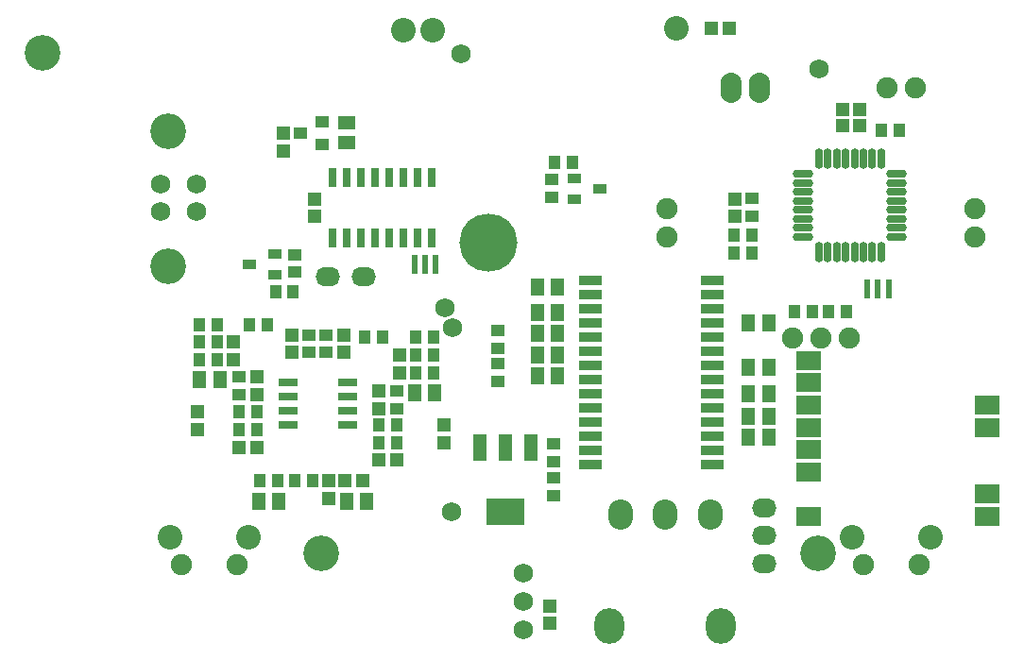
<source format=gts>
%FSTAX25Y25*%
%MOIN*%
%SFA1B1*%

%IPPOS*%
%ADD65R,0.043430X0.047370*%
%ADD66C,0.068000*%
%ADD67R,0.049340X0.033590*%
%ADD68R,0.086740X0.067060*%
%ADD69R,0.047370X0.047370*%
%ADD70R,0.019810X0.070990*%
%ADD71R,0.135950X0.092650*%
%ADD72R,0.045400X0.092650*%
%ADD73R,0.047370X0.043430*%
%ADD74R,0.031620X0.069020*%
%ADD75R,0.047370X0.047370*%
%ADD76R,0.049340X0.063120*%
%ADD77R,0.047370X0.045400*%
%ADD78R,0.069020X0.031620*%
%ADD79R,0.045400X0.047370*%
%ADD80R,0.045400X0.047370*%
%ADD81R,0.080830X0.033590*%
%ADD82O,0.029650X0.072960*%
%ADD83O,0.072960X0.029650*%
%ADD84R,0.063120X0.049340*%
%ADD85C,0.086740*%
%ADD86C,0.074930*%
%ADD87O,0.074930X0.106420*%
%ADD88O,0.086740X0.068000*%
%ADD89O,0.106420X0.126110*%
%ADD90O,0.086740X0.106420*%
%ADD91C,0.126110*%
%ADD92C,0.204850*%
%ADD93O,0.086740X0.068000*%
%LNmain_pcb-1*%
%LPD*%
G54D65*
X0328346Y0309842D03*
X0334646D03*
X0440551Y0345669D03*
X044685D03*
X0440551Y033937D03*
X044685D03*
X0251969Y0308268D03*
X0258268D03*
X0251969Y0301969D03*
X0258268D03*
X0272047Y0283465D03*
X0265748D03*
X0272047Y0277165D03*
X0265748D03*
X0334646Y0303543D03*
X0328346D03*
X0334646Y0297244D03*
X0328346D03*
X0315354Y027874D03*
X0321654D03*
X0315354Y0272441D03*
X0321654D03*
X0291732Y0259055D03*
X0285433D03*
X0279528D03*
X0273228D03*
X0275984Y0314173D03*
X0269685D03*
X0258268D03*
X0251969D03*
X0310236Y0309842D03*
X0316535D03*
X0383465Y0371654D03*
X0377165D03*
X0498819Y0382677D03*
X049252D03*
X0285039Y0325984D03*
X027874D03*
X046811Y0318898D03*
X0461811D03*
X0474016D03*
X0480315D03*
G54D66*
X0341339Y0312992D03*
X0338583Y0320079D03*
X0344094Y0409842D03*
X0470472Y0404331D03*
X0340945Y0248031D03*
X0366142Y0206535D03*
Y0216535D03*
Y0226535D03*
X0250787Y0353995D03*
Y0363838D03*
X0238189Y0353995D03*
Y0363838D03*
G54D67*
X0269488Y0335433D03*
X0278543Y0339173D03*
Y0331693D03*
X039311Y0362205D03*
X0384055Y0358465D03*
Y0365945D03*
G54D68*
X0466929Y0262205D03*
X0529921Y0285827D03*
Y0277953D03*
Y0254331D03*
Y0246457D03*
X0466929D03*
Y0270079D03*
Y0277953D03*
Y0285827D03*
Y0293701D03*
Y0301575D03*
G54D69*
X029252Y0352559D03*
Y0358465D03*
X0440945D03*
Y0352559D03*
G54D70*
X0327756Y0335433D03*
X0331496D03*
X0335236D03*
X0487598Y0326772D03*
X0491339D03*
X0495079D03*
G54D71*
X0359842Y0248031D03*
G54D72*
X0350787Y0270866D03*
X0359842D03*
X0368898D03*
G54D73*
X0287402Y0381924D03*
X0295276Y0377987D03*
Y0385861D03*
X044685Y0358661D03*
Y0352362D03*
X0357087Y0305906D03*
Y0312205D03*
Y0300394D03*
Y0294094D03*
X0296457Y0304331D03*
Y031063D03*
X0290551Y0304331D03*
Y031063D03*
X0265748Y0295669D03*
Y028937D03*
X0321654Y0290945D03*
Y0284646D03*
X0376378Y0365354D03*
Y0359055D03*
X0376772Y0260236D03*
Y0253937D03*
Y0272047D03*
Y0265748D03*
X0285433Y0332677D03*
Y0338976D03*
G54D74*
X0299035Y0366142D03*
X0304035D03*
X0334035Y0344882D03*
Y0366142D03*
X0329035D03*
X0324035D03*
X0319035D03*
X0314035D03*
X0309035D03*
X0329035Y0344882D03*
X0324035D03*
X0319035D03*
X0314035D03*
X0309035D03*
X0304035D03*
X0299035D03*
G54D75*
X0478937Y0390158D03*
X0484842D03*
X0478937Y0384646D03*
X0484842D03*
G54D76*
X0452756Y0314961D03*
X0445669D03*
X0452756Y0299213D03*
X0445669D03*
X0452756Y0289764D03*
X0445669D03*
X0452756Y028189D03*
X0445669D03*
X0452756Y0274409D03*
X0445669D03*
X0378346Y0303543D03*
X037126D03*
X0378346Y0296063D03*
X037126D03*
X0378346Y0311024D03*
X037126D03*
X0378346Y0318504D03*
X037126D03*
X0378346Y0327559D03*
X037126D03*
X0259055Y0294882D03*
X0251969D03*
X0327953Y0290158D03*
X0335039D03*
X0272835Y0251969D03*
X0279921D03*
X0311024D03*
X0303937D03*
G54D77*
X0302756Y031063D03*
Y0304331D03*
X0284646Y031063D03*
Y0304331D03*
X0263779Y0308268D03*
Y0301969D03*
X0272047Y0295669D03*
Y028937D03*
X0251181Y0283465D03*
Y0277165D03*
X0315354Y0290945D03*
Y0284646D03*
X0322441Y0303543D03*
Y0297244D03*
X0338189Y027874D03*
Y0272441D03*
X0297638Y0259055D03*
Y0252756D03*
X0281496Y037559D03*
Y038189D03*
X037559Y0208661D03*
Y0214961D03*
G54D78*
X0283071Y0293721D03*
Y028872D03*
Y028372D03*
Y027872D03*
X0304331Y0293721D03*
Y028872D03*
Y028372D03*
Y027872D03*
G54D79*
X0272047Y0270866D03*
X0265748D03*
X0315354Y0266535D03*
X0321654D03*
X0432677Y0418898D03*
X0438976D03*
G54D80*
X0309449Y0259055D03*
X030315D03*
G54D81*
X0432874Y0264744D03*
Y0269744D03*
Y0274744D03*
Y0279744D03*
Y0284744D03*
Y0289744D03*
Y0294744D03*
Y0299744D03*
Y0304744D03*
Y0309744D03*
Y0314744D03*
Y0319744D03*
Y0324744D03*
Y0329744D03*
X0389961D03*
Y0324744D03*
Y0319744D03*
Y0314744D03*
Y0309744D03*
Y0304744D03*
Y0299744D03*
Y0294744D03*
Y0289744D03*
Y0284744D03*
Y0279744D03*
Y0274744D03*
Y0269744D03*
Y0264744D03*
G54D82*
X0470472Y0339764D03*
X0473622D03*
X0476772D03*
X0479921D03*
X0483071D03*
X0486221D03*
X048937D03*
X049252D03*
Y0372835D03*
X048937D03*
X0486221D03*
X0483071D03*
X0479921D03*
X0476772D03*
X0473622D03*
X0470472D03*
G54D83*
X0498032Y0345276D03*
Y0348425D03*
Y0351575D03*
Y0354724D03*
Y0357874D03*
Y0361024D03*
Y0364173D03*
Y0367323D03*
X0464961D03*
Y0364173D03*
Y0361024D03*
Y0357874D03*
Y0354724D03*
Y0351575D03*
Y0348425D03*
Y0345276D03*
G54D84*
X0303937Y0385433D03*
Y0378346D03*
G54D85*
X0509809Y0239173D03*
X048225D03*
X0241699D03*
X0269258D03*
X0324016Y041811D03*
X0334252D03*
X0420079Y0418898D03*
G54D86*
X0505872Y0229331D03*
X0486187D03*
X0245636D03*
X0265321D03*
X0494685Y0397677D03*
X0504685D03*
X0416929Y0355315D03*
Y0345315D03*
X0525591Y0355315D03*
Y0345315D03*
X0461378Y0309409D03*
X0471378D03*
X0481378D03*
G54D87*
X0449409Y0397677D03*
X0439409D03*
G54D88*
X0451181Y0249606D03*
Y0239764D03*
Y0229921D03*
G54D89*
X0436024Y0207677D03*
X0396654D03*
G54D90*
X0432087Y0247047D03*
X0416339D03*
X0400591D03*
G54D91*
X0196457Y0410236D03*
X0470079Y0233465D03*
X0294882D03*
X0240945Y0382361D03*
Y0334961D03*
G54D92*
X0353937Y0343307D03*
G54D93*
X0297047Y0331102D03*
X0310039D03*
M02*
</source>
